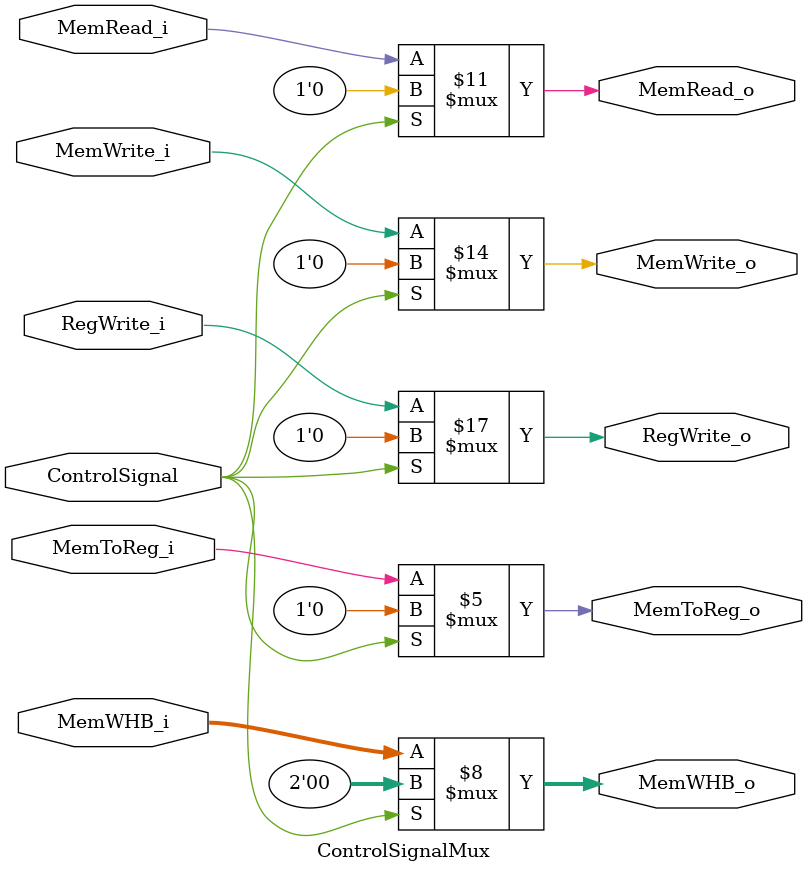
<source format=v>
`timescale 1ns / 1ps



module ControlSignalMux(
    input ControlSignal, // Control signal to toggle output
    
    input RegWrite_i,
    input MemWrite_i,
    input MemRead_i,
    input [1:0] MemWHB_i,
    input MemToReg_i,
    
    output reg RegWrite_o,
    output reg MemWrite_o,
    output reg MemRead_o,
    output reg [1:0] MemWHB_o,
    output reg MemToReg_o
);

    // Update the output registers on the rising edge of the clock
    initial begin
        RegWrite_o = 0;
        
        MemWrite_o = 0;
        MemRead_o = 0;
        
        MemWHB_o = 0;
    end
     
    always @(ControlSignal, RegWrite_i, MemWrite_i, MemRead_i, MemWHB_i, MemToReg_i) begin
        if (ControlSignal == 0) begin
            // Pass through the input signals
            RegWrite_o <= RegWrite_i;
            MemWrite_o <= MemWrite_i;
            MemRead_o <= MemRead_i;
            MemWHB_o <= MemWHB_i;
            MemToReg_o <= MemToReg_i;
        end else begin
            // Output zeros
            RegWrite_o  <= 0;
            MemWrite_o <= 0;
            MemRead_o <= 0;
            MemWHB_o <= 0;
            MemToReg_o <= 0;
        end
    end

endmodule


</source>
